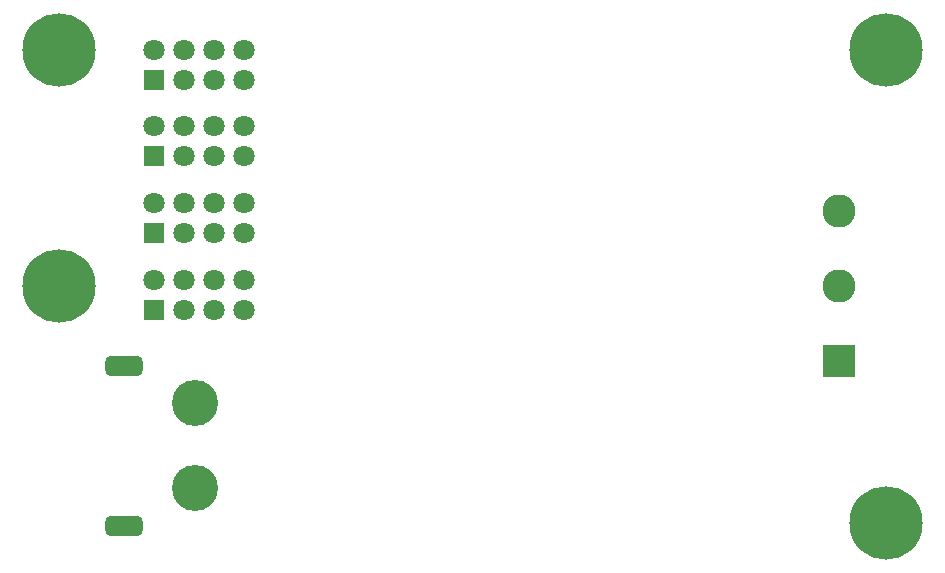
<source format=gbr>
G04*
G04 #@! TF.GenerationSoftware,Altium Limited,Altium Designer,24.10.1 (45)*
G04*
G04 Layer_Color=16711935*
%FSLAX25Y25*%
%MOIN*%
G70*
G04*
G04 #@! TF.SameCoordinates,CBAACD6F-12D9-4D4A-9EA7-E70620961981*
G04*
G04*
G04 #@! TF.FilePolarity,Negative*
G04*
G01*
G75*
%ADD44C,0.24425*%
%ADD45C,0.07102*%
%ADD46R,0.07102X0.07102*%
%ADD47R,0.11039X0.11039*%
%ADD48C,0.11039*%
%ADD49C,0.15370*%
G04:AMPARAMS|DCode=50|XSize=67.09mil|YSize=126.14mil|CornerRadius=18.78mil|HoleSize=0mil|Usage=FLASHONLY|Rotation=90.000|XOffset=0mil|YOffset=0mil|HoleType=Round|Shape=RoundedRectangle|*
%AMROUNDEDRECTD50*
21,1,0.06709,0.08858,0,0,90.0*
21,1,0.02953,0.12614,0,0,90.0*
1,1,0.03756,0.04429,0.01476*
1,1,0.03756,0.04429,-0.01476*
1,1,0.03756,-0.04429,-0.01476*
1,1,0.03756,-0.04429,0.01476*
%
%ADD50ROUNDEDRECTD50*%
D44*
X19685Y177165D02*
D03*
Y98425D02*
D03*
X295276Y177165D02*
D03*
Y19685D02*
D03*
D45*
X51181Y100551D02*
D03*
X81181D02*
D03*
X61181D02*
D03*
X71181D02*
D03*
X81181Y90551D02*
D03*
X61181D02*
D03*
X71181D02*
D03*
X71282Y141991D02*
D03*
X61282D02*
D03*
X81282D02*
D03*
X71282Y151991D02*
D03*
X61282D02*
D03*
X81282D02*
D03*
X51282D02*
D03*
X71282Y116400D02*
D03*
X61282D02*
D03*
X81282D02*
D03*
X71282Y126400D02*
D03*
X61282D02*
D03*
X81282D02*
D03*
X51282D02*
D03*
X71181Y167323D02*
D03*
X61181D02*
D03*
X81181D02*
D03*
X71181Y177323D02*
D03*
X61181D02*
D03*
X81181D02*
D03*
X51181D02*
D03*
D46*
Y90551D02*
D03*
X51282Y141991D02*
D03*
Y116400D02*
D03*
X51181Y167323D02*
D03*
D47*
X279528Y73425D02*
D03*
D48*
Y98425D02*
D03*
Y123425D02*
D03*
D49*
X64961Y31102D02*
D03*
Y59449D02*
D03*
D50*
X41339Y18701D02*
D03*
Y71850D02*
D03*
M02*

</source>
